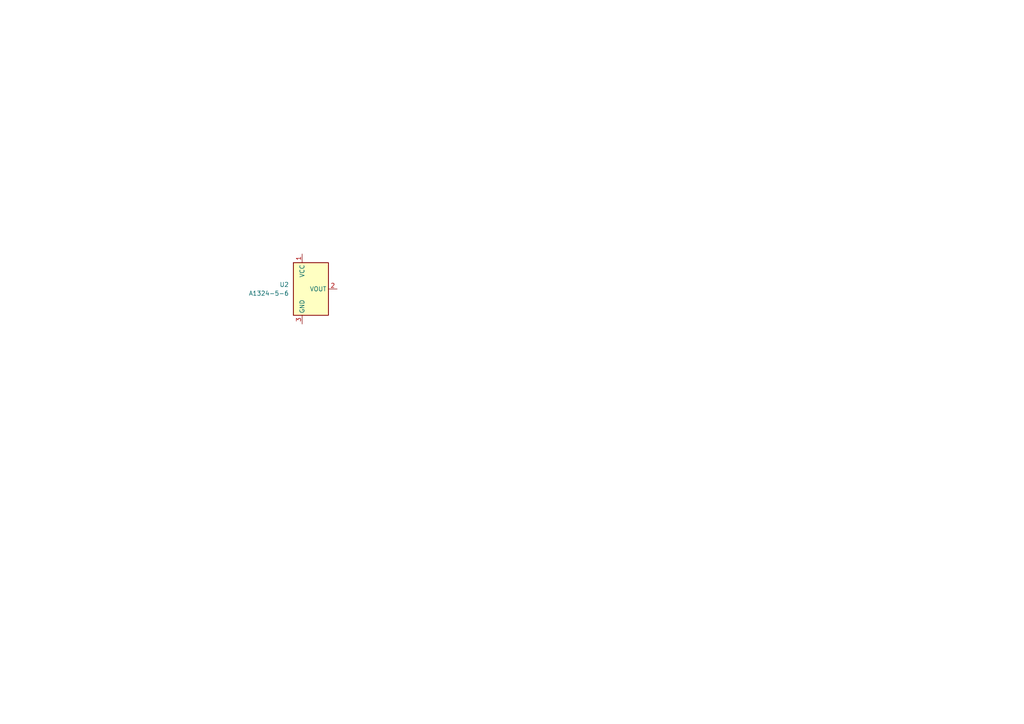
<source format=kicad_sch>
(kicad_sch (version 20230121) (generator eeschema)
  (paper "A4")
  (lib_symbols
    (symbol "custom:A132x"
      (property "Reference" "U" (at 0 11.43 0))
      (property "Value" "A1324-5-6" (at 0 8.89 0))
      (symbol "A132x_0_1"
        (rectangle (start -5.08 7.62) (end 5.08 -7.62) (stroke (width 0.254)) (fill (type background)))
      )
      (symbol "A132x_1_1"
        (pin power_in line (at -2.54 10.16 270) (length 2.54) (name "VCC") (number "1"))
        (pin open_collector line (at 7.62 0 180) (length 2.54) (name "VOUT") (number "2"))
        (pin power_in line (at -2.54 -10.16 90) (length 2.54) (name "GND") (number "3"))
      )
    )
  )
  (symbol (lib_id "custom:A132x") (at 90.17 83.82 0) (unit 1)
    (property "Reference" "U2" (at 83.82 82.55 0) (effects (justify right)))
    (property "Value" "A1324-5-6" (at 83.82 85.09 0) (effects (justify right)))
    (property "Footprint" "Package_TH_SIP:SIP-3" (effects hide))
    (property "Datasheet" "https://www.allegromicro.com/~/media/files/datasheets/a1324-5-6-datasheet.pdf" (effects hide))
  )
)
</source>
